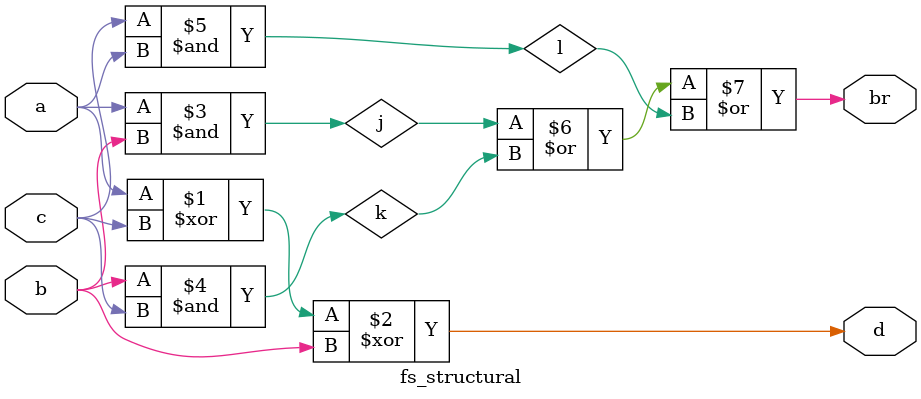
<source format=v>

module fs_structural(a,b,c,d,br);
input a,b,c;
output d,br;
xor (d,a,c,b);
wire j,k,l;
and(j,a,b);
and(k,b,c);
and(l,c,a);
or(br,j,k,l);

endmodule

</source>
